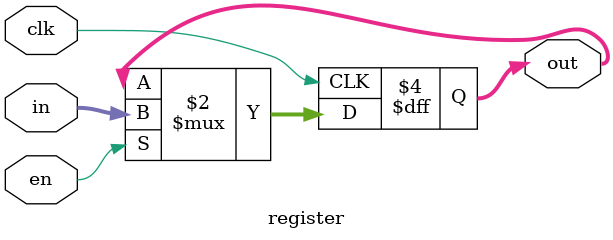
<source format=v>
module register(out, in, clk, en);

	input [31:0] in;
	input clk,en;
	output reg [31:0] out;
	
	always @(posedge clk)
	begin
	  if(en) begin
		  	out <= in;
        end
	end
endmodule
		
</source>
